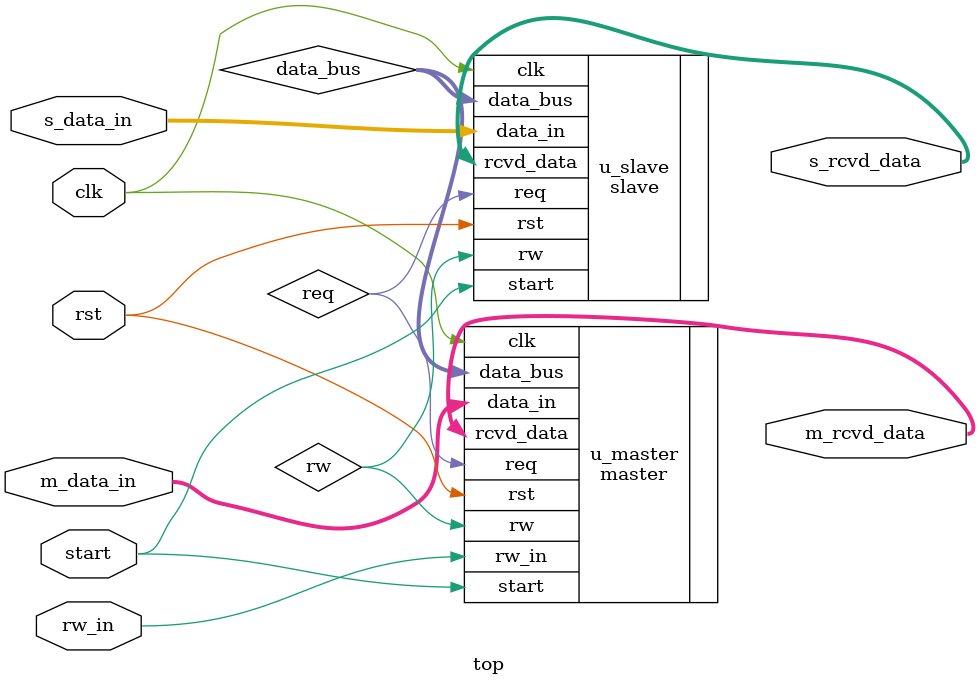
<source format=v>
`include "master.v"
`include "slave.v"

module top(clk,rst,start,rw_in,m_data_in,s_data_in,m_rcvd_data,s_rcvd_data);
  
  input clk,rst,start,rw_in;
  input [3:0] m_data_in,s_data_in;
  output [3:0] m_rcvd_data,s_rcvd_data;
  
  wire req;
  wire rw;
  wire [3:0] data_bus;
  
    master u_master (
    .clk       (clk),
    .rst       (rst),
    .start     (start),
    .rw_in     (rw_in),
    .data_in  (m_data_in),
    .req       (req),
    .rw        (rw),
    .rcvd_data (m_rcvd_data),
    .data_bus (data_bus)
  );
  
    slave u_slave (
    .clk       (clk),
    .rst       (rst),
    .start     (start),
    .rw        (rw),
    .req       (req),
    .data_in  (s_data_in),
    .rcvd_data (s_rcvd_data),
    .data_bus (data_bus)
  );
  
endmodule
  
</source>
